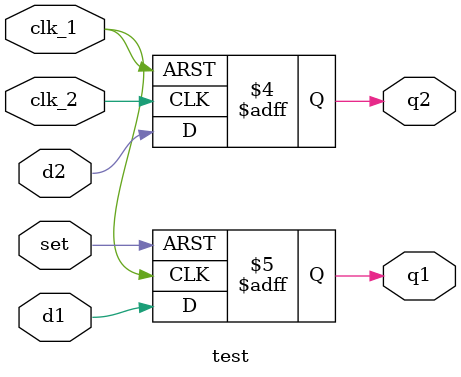
<source format=v>
module test (q1, q2, clk_1, clk_2, set, d1, d2);
output q1, q2;
input clk_1, clk_2, set, d1, d2;
reg q1, q2;
wire clk_1, clk_2, set, d1, d2;
always @( posedge clk_1 or negedge set )
if ( ~set )
q1 <= 1'b1;
else
q1 <= d1;
always @( posedge clk_2 or posedge clk_1 )
if ( clk_1 ) //warning
q2 <= 1'b1;
else
q2 <= d2;
endmodule

</source>
